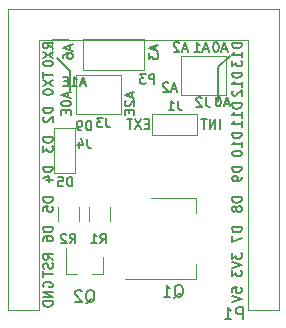
<source format=gbr>
G04 #@! TF.FileFunction,Legend,Bot*
%FSLAX46Y46*%
G04 Gerber Fmt 4.6, Leading zero omitted, Abs format (unit mm)*
G04 Created by KiCad (PCBNEW 4.0.6) date 12/07/19 10:47:00*
%MOMM*%
%LPD*%
G01*
G04 APERTURE LIST*
%ADD10C,0.100000*%
%ADD11C,0.150000*%
%ADD12C,0.120000*%
G04 APERTURE END LIST*
D10*
D11*
X154232428Y-70783333D02*
X153851476Y-70783333D01*
X154308619Y-71011905D02*
X154041952Y-70211905D01*
X153775285Y-71011905D01*
X153546714Y-70288095D02*
X153508619Y-70250000D01*
X153432428Y-70211905D01*
X153241952Y-70211905D01*
X153165762Y-70250000D01*
X153127666Y-70288095D01*
X153089571Y-70364286D01*
X153089571Y-70440476D01*
X153127666Y-70554762D01*
X153584809Y-71011905D01*
X153089571Y-71011905D01*
X158682428Y-72033333D02*
X158301476Y-72033333D01*
X158758619Y-72261905D02*
X158491952Y-71461905D01*
X158225285Y-72261905D01*
X157806238Y-71461905D02*
X157730047Y-71461905D01*
X157653857Y-71500000D01*
X157615762Y-71538095D01*
X157577666Y-71614286D01*
X157539571Y-71766667D01*
X157539571Y-71957143D01*
X157577666Y-72109524D01*
X157615762Y-72185714D01*
X157653857Y-72223810D01*
X157730047Y-72261905D01*
X157806238Y-72261905D01*
X157882428Y-72223810D01*
X157920524Y-72185714D01*
X157958619Y-72109524D01*
X157996714Y-71957143D01*
X157996714Y-71766667D01*
X157958619Y-71614286D01*
X157920524Y-71538095D01*
X157882428Y-71500000D01*
X157806238Y-71461905D01*
X145401476Y-79036905D02*
X145401476Y-78236905D01*
X145211000Y-78236905D01*
X145096714Y-78275000D01*
X145020523Y-78351190D01*
X144982428Y-78427381D01*
X144944333Y-78579762D01*
X144944333Y-78694048D01*
X144982428Y-78846429D01*
X145020523Y-78922619D01*
X145096714Y-78998810D01*
X145211000Y-79036905D01*
X145401476Y-79036905D01*
X144220523Y-78236905D02*
X144601476Y-78236905D01*
X144639571Y-78617857D01*
X144601476Y-78579762D01*
X144525285Y-78541667D01*
X144334809Y-78541667D01*
X144258619Y-78579762D01*
X144220523Y-78617857D01*
X144182428Y-78694048D01*
X144182428Y-78884524D01*
X144220523Y-78960714D01*
X144258619Y-78998810D01*
X144334809Y-79036905D01*
X144525285Y-79036905D01*
X144601476Y-78998810D01*
X144639571Y-78960714D01*
X147001476Y-74286905D02*
X147001476Y-73486905D01*
X146811000Y-73486905D01*
X146696714Y-73525000D01*
X146620523Y-73601190D01*
X146582428Y-73677381D01*
X146544333Y-73829762D01*
X146544333Y-73944048D01*
X146582428Y-74096429D01*
X146620523Y-74172619D01*
X146696714Y-74248810D01*
X146811000Y-74286905D01*
X147001476Y-74286905D01*
X146163381Y-74286905D02*
X146011000Y-74286905D01*
X145934809Y-74248810D01*
X145896714Y-74210714D01*
X145820523Y-74096429D01*
X145782428Y-73944048D01*
X145782428Y-73639286D01*
X145820523Y-73563095D01*
X145858619Y-73525000D01*
X145934809Y-73486905D01*
X146087190Y-73486905D01*
X146163381Y-73525000D01*
X146201476Y-73563095D01*
X146239571Y-73639286D01*
X146239571Y-73829762D01*
X146201476Y-73905952D01*
X146163381Y-73944048D01*
X146087190Y-73982143D01*
X145934809Y-73982143D01*
X145858619Y-73944048D01*
X145820523Y-73905952D01*
X145782428Y-73829762D01*
X157884809Y-74136905D02*
X157884809Y-73336905D01*
X157503857Y-74136905D02*
X157503857Y-73336905D01*
X157046714Y-74136905D01*
X157046714Y-73336905D01*
X156780048Y-73336905D02*
X156322905Y-73336905D01*
X156551476Y-74136905D02*
X156551476Y-73336905D01*
X151868143Y-73717857D02*
X151601476Y-73717857D01*
X151487190Y-74136905D02*
X151868143Y-74136905D01*
X151868143Y-73336905D01*
X151487190Y-73336905D01*
X151220523Y-73336905D02*
X150687190Y-74136905D01*
X150687190Y-73336905D02*
X151220523Y-74136905D01*
X150496714Y-73336905D02*
X150039571Y-73336905D01*
X150268142Y-74136905D02*
X150268142Y-73336905D01*
X150444333Y-71091667D02*
X150444333Y-71472619D01*
X150672905Y-71015476D02*
X149872905Y-71282143D01*
X150672905Y-71548810D01*
X149949095Y-71777381D02*
X149911000Y-71815476D01*
X149872905Y-71891667D01*
X149872905Y-72082143D01*
X149911000Y-72158333D01*
X149949095Y-72196429D01*
X150025286Y-72234524D01*
X150101476Y-72234524D01*
X150215762Y-72196429D01*
X150672905Y-71739286D01*
X150672905Y-72234524D01*
X150253857Y-72577381D02*
X150253857Y-72844048D01*
X150672905Y-72958334D02*
X150672905Y-72577381D01*
X149872905Y-72577381D01*
X149872905Y-72958334D01*
X146494333Y-70308333D02*
X146113381Y-70308333D01*
X146570524Y-70536905D02*
X146303857Y-69736905D01*
X146037190Y-70536905D01*
X145351476Y-70536905D02*
X145808619Y-70536905D01*
X145580048Y-70536905D02*
X145580048Y-69736905D01*
X145656238Y-69851190D01*
X145732429Y-69927381D01*
X145808619Y-69965476D01*
X145008619Y-70117857D02*
X144741952Y-70117857D01*
X144627666Y-70536905D02*
X145008619Y-70536905D01*
X145008619Y-69736905D01*
X144627666Y-69736905D01*
X145044333Y-71091667D02*
X145044333Y-71472619D01*
X145272905Y-71015476D02*
X144472905Y-71282143D01*
X145272905Y-71548810D01*
X144472905Y-71967857D02*
X144472905Y-72044048D01*
X144511000Y-72120238D01*
X144549095Y-72158333D01*
X144625286Y-72196429D01*
X144777667Y-72234524D01*
X144968143Y-72234524D01*
X145120524Y-72196429D01*
X145196714Y-72158333D01*
X145234810Y-72120238D01*
X145272905Y-72044048D01*
X145272905Y-71967857D01*
X145234810Y-71891667D01*
X145196714Y-71853571D01*
X145120524Y-71815476D01*
X144968143Y-71777381D01*
X144777667Y-71777381D01*
X144625286Y-71815476D01*
X144549095Y-71853571D01*
X144511000Y-71891667D01*
X144472905Y-71967857D01*
X144853857Y-72577381D02*
X144853857Y-72844048D01*
X145272905Y-72958334D02*
X145272905Y-72577381D01*
X144472905Y-72577381D01*
X144472905Y-72958334D01*
D12*
X145701000Y-71135000D02*
X145701000Y-69605000D01*
X149521000Y-71135000D02*
X149521000Y-69605000D01*
X145701000Y-69605000D02*
X149521000Y-69605000D01*
X149521000Y-71135000D02*
X149521000Y-72915000D01*
X149521000Y-72915000D02*
X145701000Y-72915000D01*
X145701000Y-71135000D02*
X145701000Y-72915000D01*
D11*
X145181000Y-69265000D02*
X144081000Y-68165000D01*
X145181000Y-69265000D02*
X145181000Y-71065000D01*
X158781000Y-67965000D02*
X157781000Y-68965000D01*
X157781000Y-68965000D02*
X157781000Y-71765000D01*
D12*
X139931000Y-89495000D02*
X139931000Y-63975000D01*
X139931000Y-63975000D02*
X162911000Y-63975000D01*
X162911000Y-89495000D02*
X162911000Y-63975000D01*
X160251000Y-89495000D02*
X160251000Y-66635000D01*
X160251000Y-66635000D02*
X142591000Y-66635000D01*
X142591000Y-89495000D02*
X142591000Y-66635000D01*
X142591000Y-89495000D02*
X142591000Y-82685000D01*
X162911000Y-89495000D02*
X160251000Y-89495000D01*
X139931000Y-89495000D02*
X142591000Y-89495000D01*
X162911000Y-67845000D02*
X162911000Y-66515000D01*
X155996000Y-74665000D02*
X152176000Y-74665000D01*
X152176000Y-74665000D02*
X152176000Y-72885000D01*
X152176000Y-72885000D02*
X155996000Y-72885000D01*
X155996000Y-74665000D02*
X155996000Y-72885000D01*
X154601000Y-69485000D02*
X154601000Y-67955000D01*
X158421000Y-69485000D02*
X158421000Y-67955000D01*
X154601000Y-67955000D02*
X158421000Y-67955000D01*
X158421000Y-69485000D02*
X158421000Y-71265000D01*
X158421000Y-71265000D02*
X154601000Y-71265000D01*
X154601000Y-69485000D02*
X154601000Y-71265000D01*
X143871000Y-77885000D02*
X143871000Y-74065000D01*
X143871000Y-74065000D02*
X145651000Y-74065000D01*
X145651000Y-74065000D02*
X145651000Y-77885000D01*
X143871000Y-77885000D02*
X145651000Y-77885000D01*
X155871000Y-80015000D02*
X155871000Y-81275000D01*
X155871000Y-86835000D02*
X155871000Y-85575000D01*
X152111000Y-80015000D02*
X155871000Y-80015000D01*
X149861000Y-86835000D02*
X155871000Y-86835000D01*
X148016000Y-86435000D02*
X147086000Y-86435000D01*
X144856000Y-86435000D02*
X145786000Y-86435000D01*
X144856000Y-86435000D02*
X144856000Y-84275000D01*
X148016000Y-86435000D02*
X148016000Y-84975000D01*
X148616000Y-81950000D02*
X148616000Y-80750000D01*
X146856000Y-80750000D02*
X146856000Y-81950000D01*
X144206000Y-80750000D02*
X144206000Y-81950000D01*
X145966000Y-81950000D02*
X145966000Y-80750000D01*
X151471000Y-66545000D02*
X151471000Y-69205000D01*
X146331000Y-66545000D02*
X151471000Y-66545000D01*
X146331000Y-69205000D02*
X151471000Y-69205000D01*
X146331000Y-66545000D02*
X146331000Y-69205000D01*
X145061000Y-66545000D02*
X143731000Y-66545000D01*
X143731000Y-66545000D02*
X143731000Y-67875000D01*
D11*
X148277666Y-73236905D02*
X148277666Y-73808333D01*
X148315762Y-73922619D01*
X148391952Y-73998810D01*
X148506238Y-74036905D01*
X148582428Y-74036905D01*
X147972904Y-73236905D02*
X147477666Y-73236905D01*
X147744333Y-73541667D01*
X147630047Y-73541667D01*
X147553857Y-73579762D01*
X147515761Y-73617857D01*
X147477666Y-73694048D01*
X147477666Y-73884524D01*
X147515761Y-73960714D01*
X147553857Y-73998810D01*
X147630047Y-74036905D01*
X147858619Y-74036905D01*
X147934809Y-73998810D01*
X147972904Y-73960714D01*
X159839095Y-90287381D02*
X159839095Y-89287381D01*
X159458142Y-89287381D01*
X159362904Y-89335000D01*
X159315285Y-89382619D01*
X159267666Y-89477857D01*
X159267666Y-89620714D01*
X159315285Y-89715952D01*
X159362904Y-89763571D01*
X159458142Y-89811190D01*
X159839095Y-89811190D01*
X158315285Y-90287381D02*
X158886714Y-90287381D01*
X158601000Y-90287381D02*
X158601000Y-89287381D01*
X158696238Y-89430238D01*
X158791476Y-89525476D01*
X158886714Y-89573095D01*
X142981000Y-87555477D02*
X142942905Y-87479286D01*
X142942905Y-87365001D01*
X142981000Y-87250715D01*
X143057190Y-87174524D01*
X143133381Y-87136429D01*
X143285762Y-87098334D01*
X143400048Y-87098334D01*
X143552429Y-87136429D01*
X143628619Y-87174524D01*
X143704810Y-87250715D01*
X143742905Y-87365001D01*
X143742905Y-87441191D01*
X143704810Y-87555477D01*
X143666714Y-87593572D01*
X143400048Y-87593572D01*
X143400048Y-87441191D01*
X143742905Y-87936429D02*
X142942905Y-87936429D01*
X143742905Y-88393572D01*
X142942905Y-88393572D01*
X143742905Y-88774524D02*
X142942905Y-88774524D01*
X142942905Y-88965000D01*
X142981000Y-89079286D01*
X143057190Y-89155477D01*
X143133381Y-89193572D01*
X143285762Y-89231667D01*
X143400048Y-89231667D01*
X143552429Y-89193572D01*
X143628619Y-89155477D01*
X143704810Y-89079286D01*
X143742905Y-88965000D01*
X143742905Y-88774524D01*
X143742905Y-85226905D02*
X143361952Y-84960238D01*
X143742905Y-84769762D02*
X142942905Y-84769762D01*
X142942905Y-85074524D01*
X142981000Y-85150715D01*
X143019095Y-85188810D01*
X143095286Y-85226905D01*
X143209571Y-85226905D01*
X143285762Y-85188810D01*
X143323857Y-85150715D01*
X143361952Y-85074524D01*
X143361952Y-84769762D01*
X143704810Y-85531667D02*
X143742905Y-85645953D01*
X143742905Y-85836429D01*
X143704810Y-85912619D01*
X143666714Y-85950715D01*
X143590524Y-85988810D01*
X143514333Y-85988810D01*
X143438143Y-85950715D01*
X143400048Y-85912619D01*
X143361952Y-85836429D01*
X143323857Y-85684048D01*
X143285762Y-85607857D01*
X143247667Y-85569762D01*
X143171476Y-85531667D01*
X143095286Y-85531667D01*
X143019095Y-85569762D01*
X142981000Y-85607857D01*
X142942905Y-85684048D01*
X142942905Y-85874524D01*
X142981000Y-85988810D01*
X142942905Y-86217381D02*
X142942905Y-86674524D01*
X143742905Y-86445953D02*
X142942905Y-86445953D01*
X143742905Y-82474524D02*
X142942905Y-82474524D01*
X142942905Y-82665000D01*
X142981000Y-82779286D01*
X143057190Y-82855477D01*
X143133381Y-82893572D01*
X143285762Y-82931667D01*
X143400048Y-82931667D01*
X143552429Y-82893572D01*
X143628619Y-82855477D01*
X143704810Y-82779286D01*
X143742905Y-82665000D01*
X143742905Y-82474524D01*
X142942905Y-83617381D02*
X142942905Y-83465000D01*
X142981000Y-83388810D01*
X143019095Y-83350715D01*
X143133381Y-83274524D01*
X143285762Y-83236429D01*
X143590524Y-83236429D01*
X143666714Y-83274524D01*
X143704810Y-83312619D01*
X143742905Y-83388810D01*
X143742905Y-83541191D01*
X143704810Y-83617381D01*
X143666714Y-83655477D01*
X143590524Y-83693572D01*
X143400048Y-83693572D01*
X143323857Y-83655477D01*
X143285762Y-83617381D01*
X143247667Y-83541191D01*
X143247667Y-83388810D01*
X143285762Y-83312619D01*
X143323857Y-83274524D01*
X143400048Y-83236429D01*
X143742905Y-79974524D02*
X142942905Y-79974524D01*
X142942905Y-80165000D01*
X142981000Y-80279286D01*
X143057190Y-80355477D01*
X143133381Y-80393572D01*
X143285762Y-80431667D01*
X143400048Y-80431667D01*
X143552429Y-80393572D01*
X143628619Y-80355477D01*
X143704810Y-80279286D01*
X143742905Y-80165000D01*
X143742905Y-79974524D01*
X142942905Y-81155477D02*
X142942905Y-80774524D01*
X143323857Y-80736429D01*
X143285762Y-80774524D01*
X143247667Y-80850715D01*
X143247667Y-81041191D01*
X143285762Y-81117381D01*
X143323857Y-81155477D01*
X143400048Y-81193572D01*
X143590524Y-81193572D01*
X143666714Y-81155477D01*
X143704810Y-81117381D01*
X143742905Y-81041191D01*
X143742905Y-80850715D01*
X143704810Y-80774524D01*
X143666714Y-80736429D01*
X143742905Y-77374524D02*
X142942905Y-77374524D01*
X142942905Y-77565000D01*
X142981000Y-77679286D01*
X143057190Y-77755477D01*
X143133381Y-77793572D01*
X143285762Y-77831667D01*
X143400048Y-77831667D01*
X143552429Y-77793572D01*
X143628619Y-77755477D01*
X143704810Y-77679286D01*
X143742905Y-77565000D01*
X143742905Y-77374524D01*
X143209571Y-78517381D02*
X143742905Y-78517381D01*
X142904810Y-78326905D02*
X143476238Y-78136429D01*
X143476238Y-78631667D01*
X143742905Y-74874524D02*
X142942905Y-74874524D01*
X142942905Y-75065000D01*
X142981000Y-75179286D01*
X143057190Y-75255477D01*
X143133381Y-75293572D01*
X143285762Y-75331667D01*
X143400048Y-75331667D01*
X143552429Y-75293572D01*
X143628619Y-75255477D01*
X143704810Y-75179286D01*
X143742905Y-75065000D01*
X143742905Y-74874524D01*
X142942905Y-75598334D02*
X142942905Y-76093572D01*
X143247667Y-75826905D01*
X143247667Y-75941191D01*
X143285762Y-76017381D01*
X143323857Y-76055477D01*
X143400048Y-76093572D01*
X143590524Y-76093572D01*
X143666714Y-76055477D01*
X143704810Y-76017381D01*
X143742905Y-75941191D01*
X143742905Y-75712619D01*
X143704810Y-75636429D01*
X143666714Y-75598334D01*
X143742905Y-72374524D02*
X142942905Y-72374524D01*
X142942905Y-72565000D01*
X142981000Y-72679286D01*
X143057190Y-72755477D01*
X143133381Y-72793572D01*
X143285762Y-72831667D01*
X143400048Y-72831667D01*
X143552429Y-72793572D01*
X143628619Y-72755477D01*
X143704810Y-72679286D01*
X143742905Y-72565000D01*
X143742905Y-72374524D01*
X143019095Y-73136429D02*
X142981000Y-73174524D01*
X142942905Y-73250715D01*
X142942905Y-73441191D01*
X142981000Y-73517381D01*
X143019095Y-73555477D01*
X143095286Y-73593572D01*
X143171476Y-73593572D01*
X143285762Y-73555477D01*
X143742905Y-73098334D01*
X143742905Y-73593572D01*
X142942905Y-69374523D02*
X142942905Y-69831666D01*
X143742905Y-69603095D02*
X142942905Y-69603095D01*
X142942905Y-70022143D02*
X143742905Y-70555476D01*
X142942905Y-70555476D02*
X143742905Y-70022143D01*
X142942905Y-71012619D02*
X142942905Y-71088810D01*
X142981000Y-71165000D01*
X143019095Y-71203095D01*
X143095286Y-71241191D01*
X143247667Y-71279286D01*
X143438143Y-71279286D01*
X143590524Y-71241191D01*
X143666714Y-71203095D01*
X143704810Y-71165000D01*
X143742905Y-71088810D01*
X143742905Y-71012619D01*
X143704810Y-70936429D01*
X143666714Y-70898333D01*
X143590524Y-70860238D01*
X143438143Y-70822143D01*
X143247667Y-70822143D01*
X143095286Y-70860238D01*
X143019095Y-70898333D01*
X142981000Y-70936429D01*
X142942905Y-71012619D01*
X143742905Y-67350714D02*
X143361952Y-67084047D01*
X143742905Y-66893571D02*
X142942905Y-66893571D01*
X142942905Y-67198333D01*
X142981000Y-67274524D01*
X143019095Y-67312619D01*
X143095286Y-67350714D01*
X143209571Y-67350714D01*
X143285762Y-67312619D01*
X143323857Y-67274524D01*
X143361952Y-67198333D01*
X143361952Y-66893571D01*
X142942905Y-67617381D02*
X143742905Y-68150714D01*
X142942905Y-68150714D02*
X143742905Y-67617381D01*
X142942905Y-68607857D02*
X142942905Y-68684048D01*
X142981000Y-68760238D01*
X143019095Y-68798333D01*
X143095286Y-68836429D01*
X143247667Y-68874524D01*
X143438143Y-68874524D01*
X143590524Y-68836429D01*
X143666714Y-68798333D01*
X143704810Y-68760238D01*
X143742905Y-68684048D01*
X143742905Y-68607857D01*
X143704810Y-68531667D01*
X143666714Y-68493571D01*
X143590524Y-68455476D01*
X143438143Y-68417381D01*
X143247667Y-68417381D01*
X143095286Y-68455476D01*
X143019095Y-68493571D01*
X142981000Y-68531667D01*
X142942905Y-68607857D01*
X145214333Y-67093572D02*
X145214333Y-67474524D01*
X145442905Y-67017381D02*
X144642905Y-67284048D01*
X145442905Y-67550715D01*
X144642905Y-68160238D02*
X144642905Y-68007857D01*
X144681000Y-67931667D01*
X144719095Y-67893572D01*
X144833381Y-67817381D01*
X144985762Y-67779286D01*
X145290524Y-67779286D01*
X145366714Y-67817381D01*
X145404810Y-67855476D01*
X145442905Y-67931667D01*
X145442905Y-68084048D01*
X145404810Y-68160238D01*
X145366714Y-68198334D01*
X145290524Y-68236429D01*
X145100048Y-68236429D01*
X145023857Y-68198334D01*
X144985762Y-68160238D01*
X144947667Y-68084048D01*
X144947667Y-67931667D01*
X144985762Y-67855476D01*
X145023857Y-67817381D01*
X145100048Y-67779286D01*
X152444333Y-67103572D02*
X152444333Y-67484524D01*
X152672905Y-67027381D02*
X151872905Y-67294048D01*
X152672905Y-67560715D01*
X151872905Y-67751191D02*
X151872905Y-68246429D01*
X152177667Y-67979762D01*
X152177667Y-68094048D01*
X152215762Y-68170238D01*
X152253857Y-68208334D01*
X152330048Y-68246429D01*
X152520524Y-68246429D01*
X152596714Y-68208334D01*
X152634810Y-68170238D01*
X152672905Y-68094048D01*
X152672905Y-67865476D01*
X152634810Y-67789286D01*
X152596714Y-67751191D01*
X155132428Y-67408333D02*
X154751476Y-67408333D01*
X155208619Y-67636905D02*
X154941952Y-66836905D01*
X154675285Y-67636905D01*
X154446714Y-66913095D02*
X154408619Y-66875000D01*
X154332428Y-66836905D01*
X154141952Y-66836905D01*
X154065762Y-66875000D01*
X154027666Y-66913095D01*
X153989571Y-66989286D01*
X153989571Y-67065476D01*
X154027666Y-67179762D01*
X154484809Y-67636905D01*
X153989571Y-67636905D01*
X156882428Y-67408333D02*
X156501476Y-67408333D01*
X156958619Y-67636905D02*
X156691952Y-66836905D01*
X156425285Y-67636905D01*
X155739571Y-67636905D02*
X156196714Y-67636905D01*
X155968143Y-67636905D02*
X155968143Y-66836905D01*
X156044333Y-66951190D01*
X156120524Y-67027381D01*
X156196714Y-67065476D01*
X158482428Y-67408333D02*
X158101476Y-67408333D01*
X158558619Y-67636905D02*
X158291952Y-66836905D01*
X158025285Y-67636905D01*
X157606238Y-66836905D02*
X157530047Y-66836905D01*
X157453857Y-66875000D01*
X157415762Y-66913095D01*
X157377666Y-66989286D01*
X157339571Y-67141667D01*
X157339571Y-67332143D01*
X157377666Y-67484524D01*
X157415762Y-67560714D01*
X157453857Y-67598810D01*
X157530047Y-67636905D01*
X157606238Y-67636905D01*
X157682428Y-67598810D01*
X157720524Y-67560714D01*
X157758619Y-67484524D01*
X157796714Y-67332143D01*
X157796714Y-67141667D01*
X157758619Y-66989286D01*
X157720524Y-66913095D01*
X157682428Y-66875000D01*
X157606238Y-66836905D01*
X159742905Y-66893571D02*
X158942905Y-66893571D01*
X158942905Y-67084047D01*
X158981000Y-67198333D01*
X159057190Y-67274524D01*
X159133381Y-67312619D01*
X159285762Y-67350714D01*
X159400048Y-67350714D01*
X159552429Y-67312619D01*
X159628619Y-67274524D01*
X159704810Y-67198333D01*
X159742905Y-67084047D01*
X159742905Y-66893571D01*
X159742905Y-68112619D02*
X159742905Y-67655476D01*
X159742905Y-67884047D02*
X158942905Y-67884047D01*
X159057190Y-67807857D01*
X159133381Y-67731666D01*
X159171476Y-67655476D01*
X158942905Y-68379286D02*
X158942905Y-68874524D01*
X159247667Y-68607857D01*
X159247667Y-68722143D01*
X159285762Y-68798333D01*
X159323857Y-68836429D01*
X159400048Y-68874524D01*
X159590524Y-68874524D01*
X159666714Y-68836429D01*
X159704810Y-68798333D01*
X159742905Y-68722143D01*
X159742905Y-68493571D01*
X159704810Y-68417381D01*
X159666714Y-68379286D01*
X159742905Y-69393571D02*
X158942905Y-69393571D01*
X158942905Y-69584047D01*
X158981000Y-69698333D01*
X159057190Y-69774524D01*
X159133381Y-69812619D01*
X159285762Y-69850714D01*
X159400048Y-69850714D01*
X159552429Y-69812619D01*
X159628619Y-69774524D01*
X159704810Y-69698333D01*
X159742905Y-69584047D01*
X159742905Y-69393571D01*
X159742905Y-70612619D02*
X159742905Y-70155476D01*
X159742905Y-70384047D02*
X158942905Y-70384047D01*
X159057190Y-70307857D01*
X159133381Y-70231666D01*
X159171476Y-70155476D01*
X159019095Y-70917381D02*
X158981000Y-70955476D01*
X158942905Y-71031667D01*
X158942905Y-71222143D01*
X158981000Y-71298333D01*
X159019095Y-71336429D01*
X159095286Y-71374524D01*
X159171476Y-71374524D01*
X159285762Y-71336429D01*
X159742905Y-70879286D01*
X159742905Y-71374524D01*
X159742905Y-71993571D02*
X158942905Y-71993571D01*
X158942905Y-72184047D01*
X158981000Y-72298333D01*
X159057190Y-72374524D01*
X159133381Y-72412619D01*
X159285762Y-72450714D01*
X159400048Y-72450714D01*
X159552429Y-72412619D01*
X159628619Y-72374524D01*
X159704810Y-72298333D01*
X159742905Y-72184047D01*
X159742905Y-71993571D01*
X159742905Y-73212619D02*
X159742905Y-72755476D01*
X159742905Y-72984047D02*
X158942905Y-72984047D01*
X159057190Y-72907857D01*
X159133381Y-72831666D01*
X159171476Y-72755476D01*
X159742905Y-73974524D02*
X159742905Y-73517381D01*
X159742905Y-73745952D02*
X158942905Y-73745952D01*
X159057190Y-73669762D01*
X159133381Y-73593571D01*
X159171476Y-73517381D01*
X159742905Y-74493571D02*
X158942905Y-74493571D01*
X158942905Y-74684047D01*
X158981000Y-74798333D01*
X159057190Y-74874524D01*
X159133381Y-74912619D01*
X159285762Y-74950714D01*
X159400048Y-74950714D01*
X159552429Y-74912619D01*
X159628619Y-74874524D01*
X159704810Y-74798333D01*
X159742905Y-74684047D01*
X159742905Y-74493571D01*
X159742905Y-75712619D02*
X159742905Y-75255476D01*
X159742905Y-75484047D02*
X158942905Y-75484047D01*
X159057190Y-75407857D01*
X159133381Y-75331666D01*
X159171476Y-75255476D01*
X158942905Y-76207857D02*
X158942905Y-76284048D01*
X158981000Y-76360238D01*
X159019095Y-76398333D01*
X159095286Y-76436429D01*
X159247667Y-76474524D01*
X159438143Y-76474524D01*
X159590524Y-76436429D01*
X159666714Y-76398333D01*
X159704810Y-76360238D01*
X159742905Y-76284048D01*
X159742905Y-76207857D01*
X159704810Y-76131667D01*
X159666714Y-76093571D01*
X159590524Y-76055476D01*
X159438143Y-76017381D01*
X159247667Y-76017381D01*
X159095286Y-76055476D01*
X159019095Y-76093571D01*
X158981000Y-76131667D01*
X158942905Y-76207857D01*
X159742905Y-77374524D02*
X158942905Y-77374524D01*
X158942905Y-77565000D01*
X158981000Y-77679286D01*
X159057190Y-77755477D01*
X159133381Y-77793572D01*
X159285762Y-77831667D01*
X159400048Y-77831667D01*
X159552429Y-77793572D01*
X159628619Y-77755477D01*
X159704810Y-77679286D01*
X159742905Y-77565000D01*
X159742905Y-77374524D01*
X159742905Y-78212619D02*
X159742905Y-78365000D01*
X159704810Y-78441191D01*
X159666714Y-78479286D01*
X159552429Y-78555477D01*
X159400048Y-78593572D01*
X159095286Y-78593572D01*
X159019095Y-78555477D01*
X158981000Y-78517381D01*
X158942905Y-78441191D01*
X158942905Y-78288810D01*
X158981000Y-78212619D01*
X159019095Y-78174524D01*
X159095286Y-78136429D01*
X159285762Y-78136429D01*
X159361952Y-78174524D01*
X159400048Y-78212619D01*
X159438143Y-78288810D01*
X159438143Y-78441191D01*
X159400048Y-78517381D01*
X159361952Y-78555477D01*
X159285762Y-78593572D01*
X159742905Y-79974524D02*
X158942905Y-79974524D01*
X158942905Y-80165000D01*
X158981000Y-80279286D01*
X159057190Y-80355477D01*
X159133381Y-80393572D01*
X159285762Y-80431667D01*
X159400048Y-80431667D01*
X159552429Y-80393572D01*
X159628619Y-80355477D01*
X159704810Y-80279286D01*
X159742905Y-80165000D01*
X159742905Y-79974524D01*
X159285762Y-80888810D02*
X159247667Y-80812619D01*
X159209571Y-80774524D01*
X159133381Y-80736429D01*
X159095286Y-80736429D01*
X159019095Y-80774524D01*
X158981000Y-80812619D01*
X158942905Y-80888810D01*
X158942905Y-81041191D01*
X158981000Y-81117381D01*
X159019095Y-81155477D01*
X159095286Y-81193572D01*
X159133381Y-81193572D01*
X159209571Y-81155477D01*
X159247667Y-81117381D01*
X159285762Y-81041191D01*
X159285762Y-80888810D01*
X159323857Y-80812619D01*
X159361952Y-80774524D01*
X159438143Y-80736429D01*
X159590524Y-80736429D01*
X159666714Y-80774524D01*
X159704810Y-80812619D01*
X159742905Y-80888810D01*
X159742905Y-81041191D01*
X159704810Y-81117381D01*
X159666714Y-81155477D01*
X159590524Y-81193572D01*
X159438143Y-81193572D01*
X159361952Y-81155477D01*
X159323857Y-81117381D01*
X159285762Y-81041191D01*
X159742905Y-82474524D02*
X158942905Y-82474524D01*
X158942905Y-82665000D01*
X158981000Y-82779286D01*
X159057190Y-82855477D01*
X159133381Y-82893572D01*
X159285762Y-82931667D01*
X159400048Y-82931667D01*
X159552429Y-82893572D01*
X159628619Y-82855477D01*
X159704810Y-82779286D01*
X159742905Y-82665000D01*
X159742905Y-82474524D01*
X158942905Y-83198334D02*
X158942905Y-83731667D01*
X159742905Y-83388810D01*
X158942905Y-84674524D02*
X158942905Y-85169762D01*
X159247667Y-84903095D01*
X159247667Y-85017381D01*
X159285762Y-85093571D01*
X159323857Y-85131667D01*
X159400048Y-85169762D01*
X159590524Y-85169762D01*
X159666714Y-85131667D01*
X159704810Y-85093571D01*
X159742905Y-85017381D01*
X159742905Y-84788809D01*
X159704810Y-84712619D01*
X159666714Y-84674524D01*
X158942905Y-85398333D02*
X159742905Y-85665000D01*
X158942905Y-85931667D01*
X158942905Y-86122143D02*
X158942905Y-86617381D01*
X159247667Y-86350714D01*
X159247667Y-86465000D01*
X159285762Y-86541190D01*
X159323857Y-86579286D01*
X159400048Y-86617381D01*
X159590524Y-86617381D01*
X159666714Y-86579286D01*
X159704810Y-86541190D01*
X159742905Y-86465000D01*
X159742905Y-86236428D01*
X159704810Y-86160238D01*
X159666714Y-86122143D01*
X158942905Y-88012620D02*
X158942905Y-87631667D01*
X159323857Y-87593572D01*
X159285762Y-87631667D01*
X159247667Y-87707858D01*
X159247667Y-87898334D01*
X159285762Y-87974524D01*
X159323857Y-88012620D01*
X159400048Y-88050715D01*
X159590524Y-88050715D01*
X159666714Y-88012620D01*
X159704810Y-87974524D01*
X159742905Y-87898334D01*
X159742905Y-87707858D01*
X159704810Y-87631667D01*
X159666714Y-87593572D01*
X158942905Y-88279286D02*
X159742905Y-88545953D01*
X158942905Y-88812620D01*
X154377666Y-71786905D02*
X154377666Y-72358333D01*
X154415762Y-72472619D01*
X154491952Y-72548810D01*
X154606238Y-72586905D01*
X154682428Y-72586905D01*
X153577666Y-72586905D02*
X154034809Y-72586905D01*
X153806238Y-72586905D02*
X153806238Y-71786905D01*
X153882428Y-71901190D01*
X153958619Y-71977381D01*
X154034809Y-72015476D01*
X156727666Y-71486905D02*
X156727666Y-72058333D01*
X156765762Y-72172619D01*
X156841952Y-72248810D01*
X156956238Y-72286905D01*
X157032428Y-72286905D01*
X156384809Y-71563095D02*
X156346714Y-71525000D01*
X156270523Y-71486905D01*
X156080047Y-71486905D01*
X156003857Y-71525000D01*
X155965761Y-71563095D01*
X155927666Y-71639286D01*
X155927666Y-71715476D01*
X155965761Y-71829762D01*
X156422904Y-72286905D01*
X155927666Y-72286905D01*
X146677666Y-74986905D02*
X146677666Y-75558333D01*
X146715762Y-75672619D01*
X146791952Y-75748810D01*
X146906238Y-75786905D01*
X146982428Y-75786905D01*
X145953857Y-75253571D02*
X145953857Y-75786905D01*
X146144333Y-74948810D02*
X146334809Y-75520238D01*
X145839571Y-75520238D01*
X154056238Y-88472619D02*
X154151476Y-88425000D01*
X154246714Y-88329762D01*
X154389571Y-88186905D01*
X154484810Y-88139286D01*
X154580048Y-88139286D01*
X154532429Y-88377381D02*
X154627667Y-88329762D01*
X154722905Y-88234524D01*
X154770524Y-88044048D01*
X154770524Y-87710714D01*
X154722905Y-87520238D01*
X154627667Y-87425000D01*
X154532429Y-87377381D01*
X154341952Y-87377381D01*
X154246714Y-87425000D01*
X154151476Y-87520238D01*
X154103857Y-87710714D01*
X154103857Y-88044048D01*
X154151476Y-88234524D01*
X154246714Y-88329762D01*
X154341952Y-88377381D01*
X154532429Y-88377381D01*
X153151476Y-88377381D02*
X153722905Y-88377381D01*
X153437191Y-88377381D02*
X153437191Y-87377381D01*
X153532429Y-87520238D01*
X153627667Y-87615476D01*
X153722905Y-87663095D01*
X146556238Y-88922619D02*
X146651476Y-88875000D01*
X146746714Y-88779762D01*
X146889571Y-88636905D01*
X146984810Y-88589286D01*
X147080048Y-88589286D01*
X147032429Y-88827381D02*
X147127667Y-88779762D01*
X147222905Y-88684524D01*
X147270524Y-88494048D01*
X147270524Y-88160714D01*
X147222905Y-87970238D01*
X147127667Y-87875000D01*
X147032429Y-87827381D01*
X146841952Y-87827381D01*
X146746714Y-87875000D01*
X146651476Y-87970238D01*
X146603857Y-88160714D01*
X146603857Y-88494048D01*
X146651476Y-88684524D01*
X146746714Y-88779762D01*
X146841952Y-88827381D01*
X147032429Y-88827381D01*
X146222905Y-87922619D02*
X146175286Y-87875000D01*
X146080048Y-87827381D01*
X145841952Y-87827381D01*
X145746714Y-87875000D01*
X145699095Y-87922619D01*
X145651476Y-88017857D01*
X145651476Y-88113095D01*
X145699095Y-88255952D01*
X146270524Y-88827381D01*
X145651476Y-88827381D01*
X147794333Y-83836905D02*
X148061000Y-83455952D01*
X148251476Y-83836905D02*
X148251476Y-83036905D01*
X147946714Y-83036905D01*
X147870523Y-83075000D01*
X147832428Y-83113095D01*
X147794333Y-83189286D01*
X147794333Y-83303571D01*
X147832428Y-83379762D01*
X147870523Y-83417857D01*
X147946714Y-83455952D01*
X148251476Y-83455952D01*
X147032428Y-83836905D02*
X147489571Y-83836905D01*
X147261000Y-83836905D02*
X147261000Y-83036905D01*
X147337190Y-83151190D01*
X147413381Y-83227381D01*
X147489571Y-83265476D01*
X145194333Y-83836905D02*
X145461000Y-83455952D01*
X145651476Y-83836905D02*
X145651476Y-83036905D01*
X145346714Y-83036905D01*
X145270523Y-83075000D01*
X145232428Y-83113095D01*
X145194333Y-83189286D01*
X145194333Y-83303571D01*
X145232428Y-83379762D01*
X145270523Y-83417857D01*
X145346714Y-83455952D01*
X145651476Y-83455952D01*
X144889571Y-83113095D02*
X144851476Y-83075000D01*
X144775285Y-83036905D01*
X144584809Y-83036905D01*
X144508619Y-83075000D01*
X144470523Y-83113095D01*
X144432428Y-83189286D01*
X144432428Y-83265476D01*
X144470523Y-83379762D01*
X144927666Y-83836905D01*
X144432428Y-83836905D01*
X152351476Y-70336905D02*
X152351476Y-69536905D01*
X152046714Y-69536905D01*
X151970523Y-69575000D01*
X151932428Y-69613095D01*
X151894333Y-69689286D01*
X151894333Y-69803571D01*
X151932428Y-69879762D01*
X151970523Y-69917857D01*
X152046714Y-69955952D01*
X152351476Y-69955952D01*
X151627666Y-69536905D02*
X151132428Y-69536905D01*
X151399095Y-69841667D01*
X151284809Y-69841667D01*
X151208619Y-69879762D01*
X151170523Y-69917857D01*
X151132428Y-69994048D01*
X151132428Y-70184524D01*
X151170523Y-70260714D01*
X151208619Y-70298810D01*
X151284809Y-70336905D01*
X151513381Y-70336905D01*
X151589571Y-70298810D01*
X151627666Y-70260714D01*
M02*

</source>
